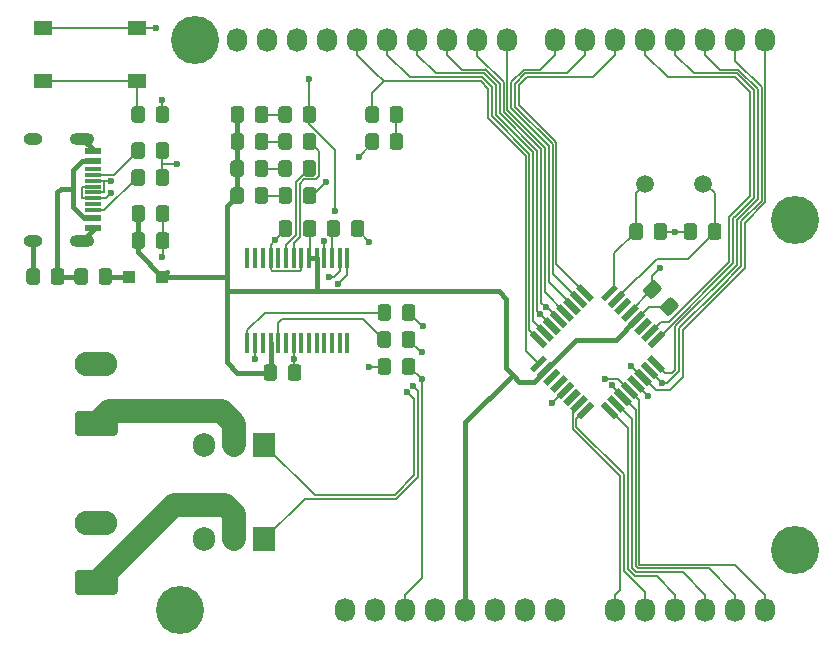
<source format=gbr>
%TF.GenerationSoftware,KiCad,Pcbnew,5.1.6*%
%TF.CreationDate,2020-09-23T15:23:14+12:00*%
%TF.ProjectId,dumbuino,64756d62-7569-46e6-9f2e-6b696361645f,v01*%
%TF.SameCoordinates,Original*%
%TF.FileFunction,Copper,L1,Top*%
%TF.FilePolarity,Positive*%
%FSLAX46Y46*%
G04 Gerber Fmt 4.6, Leading zero omitted, Abs format (unit mm)*
G04 Created by KiCad (PCBNEW 5.1.6) date 2020-09-23 15:23:14*
%MOMM*%
%LPD*%
G01*
G04 APERTURE LIST*
%TA.AperFunction,ComponentPad*%
%ADD10O,3.600000X2.080000*%
%TD*%
%TA.AperFunction,SMDPad,CuDef*%
%ADD11R,1.450000X0.600000*%
%TD*%
%TA.AperFunction,SMDPad,CuDef*%
%ADD12R,1.450000X0.300000*%
%TD*%
%TA.AperFunction,ComponentPad*%
%ADD13O,2.100000X1.000000*%
%TD*%
%TA.AperFunction,ComponentPad*%
%ADD14O,1.600000X1.000000*%
%TD*%
%TA.AperFunction,SMDPad,CuDef*%
%ADD15C,0.100000*%
%TD*%
%TA.AperFunction,ComponentPad*%
%ADD16C,1.500000*%
%TD*%
%TA.AperFunction,SMDPad,CuDef*%
%ADD17R,0.450000X1.750000*%
%TD*%
%TA.AperFunction,SMDPad,CuDef*%
%ADD18R,1.550000X1.300000*%
%TD*%
%TA.AperFunction,ComponentPad*%
%ADD19O,1.905000X2.000000*%
%TD*%
%TA.AperFunction,ComponentPad*%
%ADD20R,1.905000X2.000000*%
%TD*%
%TA.AperFunction,SMDPad,CuDef*%
%ADD21R,1.100000X1.100000*%
%TD*%
%TA.AperFunction,ComponentPad*%
%ADD22O,1.727200X2.032000*%
%TD*%
%TA.AperFunction,ComponentPad*%
%ADD23C,4.064000*%
%TD*%
%TA.AperFunction,ViaPad*%
%ADD24C,0.600000*%
%TD*%
%TA.AperFunction,Conductor*%
%ADD25C,0.200000*%
%TD*%
%TA.AperFunction,Conductor*%
%ADD26C,0.400000*%
%TD*%
%TA.AperFunction,Conductor*%
%ADD27C,2.000000*%
%TD*%
G04 APERTURE END LIST*
D10*
%TO.P,J3,2*%
%TO.N,GND*%
X117856000Y-116459000D03*
%TO.P,J3,1*%
%TO.N,Net-(J3-Pad1)*%
%TA.AperFunction,ComponentPad*%
G36*
G01*
X119406001Y-122579000D02*
X116305999Y-122579000D01*
G75*
G02*
X116056000Y-122329001I0J249999D01*
G01*
X116056000Y-120748999D01*
G75*
G02*
X116305999Y-120499000I249999J0D01*
G01*
X119406001Y-120499000D01*
G75*
G02*
X119656000Y-120748999I0J-249999D01*
G01*
X119656000Y-122329001D01*
G75*
G02*
X119406001Y-122579000I-249999J0D01*
G01*
G37*
%TD.AperFunction*%
%TD*%
D11*
%TO.P,J1,B1*%
%TO.N,GND*%
X117583000Y-91515000D03*
%TO.P,J1,A9*%
%TO.N,Net-(C1-Pad1)*%
X117583000Y-90715000D03*
%TO.P,J1,B9*%
X117583000Y-85815000D03*
%TO.P,J1,B12*%
%TO.N,GND*%
X117583000Y-85015000D03*
%TO.P,J1,A1*%
X117583000Y-85015000D03*
%TO.P,J1,A4*%
%TO.N,Net-(C1-Pad1)*%
X117583000Y-85815000D03*
%TO.P,J1,B4*%
X117583000Y-90715000D03*
%TO.P,J1,A12*%
%TO.N,GND*%
X117583000Y-91515000D03*
D12*
%TO.P,J1,B8*%
%TO.N,N/C*%
X117583000Y-86515000D03*
%TO.P,J1,A5*%
%TO.N,Net-(J1-PadA5)*%
X117583000Y-87015000D03*
%TO.P,J1,B7*%
%TO.N,Net-(J1-PadA7)*%
X117583000Y-87515000D03*
%TO.P,J1,A7*%
X117583000Y-88515000D03*
%TO.P,J1,B6*%
%TO.N,Net-(J1-PadA6)*%
X117583000Y-89015000D03*
%TO.P,J1,A8*%
%TO.N,N/C*%
X117583000Y-89515000D03*
%TO.P,J1,B5*%
%TO.N,Net-(J1-PadB5)*%
X117583000Y-90015000D03*
%TO.P,J1,A6*%
%TO.N,Net-(J1-PadA6)*%
X117583000Y-88015000D03*
D13*
%TO.P,J1,S1*%
%TO.N,GND*%
X116668000Y-92585000D03*
X116668000Y-83945000D03*
D14*
X112488000Y-83945000D03*
X112488000Y-92585000D03*
%TD*%
%TA.AperFunction,SMDPad,CuDef*%
D15*
%TO.P,U2,1*%
%TO.N,/3(\u002A\u002A)*%
G36*
X165630334Y-100195555D02*
G01*
X166019243Y-100584464D01*
X164887872Y-101715835D01*
X164498963Y-101326926D01*
X165630334Y-100195555D01*
G37*
%TD.AperFunction*%
%TA.AperFunction,SMDPad,CuDef*%
%TO.P,U2,2*%
%TO.N,/4*%
G36*
X165064648Y-99629870D02*
G01*
X165453557Y-100018779D01*
X164322186Y-101150150D01*
X163933277Y-100761241D01*
X165064648Y-99629870D01*
G37*
%TD.AperFunction*%
%TA.AperFunction,SMDPad,CuDef*%
%TO.P,U2,3*%
%TO.N,N/C*%
G36*
X164498963Y-99064184D02*
G01*
X164887872Y-99453093D01*
X163756501Y-100584464D01*
X163367592Y-100195555D01*
X164498963Y-99064184D01*
G37*
%TD.AperFunction*%
%TA.AperFunction,SMDPad,CuDef*%
%TO.P,U2,4*%
%TO.N,+5V*%
G36*
X163933278Y-98498499D02*
G01*
X164322187Y-98887408D01*
X163190816Y-100018779D01*
X162801907Y-99629870D01*
X163933278Y-98498499D01*
G37*
%TD.AperFunction*%
%TA.AperFunction,SMDPad,CuDef*%
%TO.P,U2,5*%
%TO.N,GND*%
G36*
X163367592Y-97932813D02*
G01*
X163756501Y-98321722D01*
X162625130Y-99453093D01*
X162236221Y-99064184D01*
X163367592Y-97932813D01*
G37*
%TD.AperFunction*%
%TA.AperFunction,SMDPad,CuDef*%
%TO.P,U2,6*%
%TO.N,N/C*%
G36*
X162801907Y-97367128D02*
G01*
X163190816Y-97756037D01*
X162059445Y-98887408D01*
X161670536Y-98498499D01*
X162801907Y-97367128D01*
G37*
%TD.AperFunction*%
%TA.AperFunction,SMDPad,CuDef*%
%TO.P,U2,7*%
%TO.N,Net-(C10-Pad1)*%
G36*
X162236221Y-96801443D02*
G01*
X162625130Y-97190352D01*
X161493759Y-98321723D01*
X161104850Y-97932814D01*
X162236221Y-96801443D01*
G37*
%TD.AperFunction*%
%TA.AperFunction,SMDPad,CuDef*%
%TO.P,U2,8*%
%TO.N,Net-(C9-Pad1)*%
G36*
X161670536Y-96235757D02*
G01*
X162059445Y-96624666D01*
X160928074Y-97756037D01*
X160539165Y-97367128D01*
X161670536Y-96235757D01*
G37*
%TD.AperFunction*%
%TA.AperFunction,SMDPad,CuDef*%
%TO.P,U2,9*%
%TO.N,/5(\u002A\u002A)*%
G36*
X158488555Y-96624666D02*
G01*
X158877464Y-96235757D01*
X160008835Y-97367128D01*
X159619926Y-97756037D01*
X158488555Y-96624666D01*
G37*
%TD.AperFunction*%
%TA.AperFunction,SMDPad,CuDef*%
%TO.P,U2,10*%
%TO.N,/6(\u002A\u002A)*%
G36*
X157922870Y-97190352D02*
G01*
X158311779Y-96801443D01*
X159443150Y-97932814D01*
X159054241Y-98321723D01*
X157922870Y-97190352D01*
G37*
%TD.AperFunction*%
%TA.AperFunction,SMDPad,CuDef*%
%TO.P,U2,11*%
%TO.N,/7*%
G36*
X157357184Y-97756037D02*
G01*
X157746093Y-97367128D01*
X158877464Y-98498499D01*
X158488555Y-98887408D01*
X157357184Y-97756037D01*
G37*
%TD.AperFunction*%
%TA.AperFunction,SMDPad,CuDef*%
%TO.P,U2,12*%
%TO.N,/8*%
G36*
X156791499Y-98321722D02*
G01*
X157180408Y-97932813D01*
X158311779Y-99064184D01*
X157922870Y-99453093D01*
X156791499Y-98321722D01*
G37*
%TD.AperFunction*%
%TA.AperFunction,SMDPad,CuDef*%
%TO.P,U2,13*%
%TO.N,/9(\u002A\u002A)*%
G36*
X156225813Y-98887408D02*
G01*
X156614722Y-98498499D01*
X157746093Y-99629870D01*
X157357184Y-100018779D01*
X156225813Y-98887408D01*
G37*
%TD.AperFunction*%
%TA.AperFunction,SMDPad,CuDef*%
%TO.P,U2,14*%
%TO.N,/10(\u002A\u002A/SS)*%
G36*
X155660128Y-99453093D02*
G01*
X156049037Y-99064184D01*
X157180408Y-100195555D01*
X156791499Y-100584464D01*
X155660128Y-99453093D01*
G37*
%TD.AperFunction*%
%TA.AperFunction,SMDPad,CuDef*%
%TO.P,U2,15*%
%TO.N,/11(\u002A\u002A/MOSI)*%
G36*
X155094443Y-100018779D02*
G01*
X155483352Y-99629870D01*
X156614723Y-100761241D01*
X156225814Y-101150150D01*
X155094443Y-100018779D01*
G37*
%TD.AperFunction*%
%TA.AperFunction,SMDPad,CuDef*%
%TO.P,U2,16*%
%TO.N,/12(MISO)*%
G36*
X154528757Y-100584464D02*
G01*
X154917666Y-100195555D01*
X156049037Y-101326926D01*
X155660128Y-101715835D01*
X154528757Y-100584464D01*
G37*
%TD.AperFunction*%
%TA.AperFunction,SMDPad,CuDef*%
%TO.P,U2,17*%
%TO.N,/13(SCK)*%
G36*
X155660128Y-102246165D02*
G01*
X156049037Y-102635074D01*
X154917666Y-103766445D01*
X154528757Y-103377536D01*
X155660128Y-102246165D01*
G37*
%TD.AperFunction*%
%TA.AperFunction,SMDPad,CuDef*%
%TO.P,U2,18*%
%TO.N,+5V*%
G36*
X156225814Y-102811850D02*
G01*
X156614723Y-103200759D01*
X155483352Y-104332130D01*
X155094443Y-103943221D01*
X156225814Y-102811850D01*
G37*
%TD.AperFunction*%
%TA.AperFunction,SMDPad,CuDef*%
%TO.P,U2,19*%
%TO.N,N/C*%
G36*
X156791499Y-103377536D02*
G01*
X157180408Y-103766445D01*
X156049037Y-104897816D01*
X155660128Y-104508907D01*
X156791499Y-103377536D01*
G37*
%TD.AperFunction*%
%TA.AperFunction,SMDPad,CuDef*%
%TO.P,U2,20*%
G36*
X157357184Y-103943221D02*
G01*
X157746093Y-104332130D01*
X156614722Y-105463501D01*
X156225813Y-105074592D01*
X157357184Y-103943221D01*
G37*
%TD.AperFunction*%
%TA.AperFunction,SMDPad,CuDef*%
%TO.P,U2,21*%
%TO.N,GND*%
G36*
X157922870Y-104508907D02*
G01*
X158311779Y-104897816D01*
X157180408Y-106029187D01*
X156791499Y-105640278D01*
X157922870Y-104508907D01*
G37*
%TD.AperFunction*%
%TA.AperFunction,SMDPad,CuDef*%
%TO.P,U2,22*%
%TO.N,N/C*%
G36*
X158488555Y-105074592D02*
G01*
X158877464Y-105463501D01*
X157746093Y-106594872D01*
X157357184Y-106205963D01*
X158488555Y-105074592D01*
G37*
%TD.AperFunction*%
%TA.AperFunction,SMDPad,CuDef*%
%TO.P,U2,23*%
%TO.N,/A0*%
G36*
X159054241Y-105640277D02*
G01*
X159443150Y-106029186D01*
X158311779Y-107160557D01*
X157922870Y-106771648D01*
X159054241Y-105640277D01*
G37*
%TD.AperFunction*%
%TA.AperFunction,SMDPad,CuDef*%
%TO.P,U2,24*%
%TO.N,/A1*%
G36*
X159619926Y-106205963D02*
G01*
X160008835Y-106594872D01*
X158877464Y-107726243D01*
X158488555Y-107337334D01*
X159619926Y-106205963D01*
G37*
%TD.AperFunction*%
%TA.AperFunction,SMDPad,CuDef*%
%TO.P,U2,25*%
%TO.N,/A2*%
G36*
X160539165Y-106594872D02*
G01*
X160928074Y-106205963D01*
X162059445Y-107337334D01*
X161670536Y-107726243D01*
X160539165Y-106594872D01*
G37*
%TD.AperFunction*%
%TA.AperFunction,SMDPad,CuDef*%
%TO.P,U2,26*%
%TO.N,/A3*%
G36*
X161104850Y-106029186D02*
G01*
X161493759Y-105640277D01*
X162625130Y-106771648D01*
X162236221Y-107160557D01*
X161104850Y-106029186D01*
G37*
%TD.AperFunction*%
%TA.AperFunction,SMDPad,CuDef*%
%TO.P,U2,27*%
%TO.N,/A4(SDA)*%
G36*
X161670536Y-105463501D02*
G01*
X162059445Y-105074592D01*
X163190816Y-106205963D01*
X162801907Y-106594872D01*
X161670536Y-105463501D01*
G37*
%TD.AperFunction*%
%TA.AperFunction,SMDPad,CuDef*%
%TO.P,U2,28*%
%TO.N,/A5(SCL)*%
G36*
X162236221Y-104897816D02*
G01*
X162625130Y-104508907D01*
X163756501Y-105640278D01*
X163367592Y-106029187D01*
X162236221Y-104897816D01*
G37*
%TD.AperFunction*%
%TA.AperFunction,SMDPad,CuDef*%
%TO.P,U2,29*%
%TO.N,/Reset*%
G36*
X162801907Y-104332130D02*
G01*
X163190816Y-103943221D01*
X164322187Y-105074592D01*
X163933278Y-105463501D01*
X162801907Y-104332130D01*
G37*
%TD.AperFunction*%
%TA.AperFunction,SMDPad,CuDef*%
%TO.P,U2,30*%
%TO.N,/0(Rx)*%
G36*
X163367592Y-103766445D02*
G01*
X163756501Y-103377536D01*
X164887872Y-104508907D01*
X164498963Y-104897816D01*
X163367592Y-103766445D01*
G37*
%TD.AperFunction*%
%TA.AperFunction,SMDPad,CuDef*%
%TO.P,U2,31*%
%TO.N,/1(Tx)*%
G36*
X163933277Y-103200759D02*
G01*
X164322186Y-102811850D01*
X165453557Y-103943221D01*
X165064648Y-104332130D01*
X163933277Y-103200759D01*
G37*
%TD.AperFunction*%
%TA.AperFunction,SMDPad,CuDef*%
%TO.P,U2,32*%
%TO.N,/2*%
G36*
X164498963Y-102635074D02*
G01*
X164887872Y-102246165D01*
X166019243Y-103377536D01*
X165630334Y-103766445D01*
X164498963Y-102635074D01*
G37*
%TD.AperFunction*%
%TD*%
D16*
%TO.P,Y1,1*%
%TO.N,Net-(C9-Pad1)*%
X164338000Y-87757000D03*
%TO.P,Y1,2*%
%TO.N,Net-(C10-Pad1)*%
X169218000Y-87757000D03*
%TD*%
D17*
%TO.P,U1,28*%
%TO.N,N/C*%
X130649000Y-94063000D03*
%TO.P,U1,27*%
X131299000Y-94063000D03*
%TO.P,U1,26*%
X131949000Y-94063000D03*
%TO.P,U1,25*%
%TO.N,GND*%
X132599000Y-94063000D03*
%TO.P,U1,24*%
%TO.N,N/C*%
X133249000Y-94063000D03*
%TO.P,U1,23*%
%TO.N,Net-(D3-Pad1)*%
X133899000Y-94063000D03*
%TO.P,U1,22*%
%TO.N,Net-(D4-Pad1)*%
X134549000Y-94063000D03*
%TO.P,U1,21*%
%TO.N,GND*%
X135199000Y-94063000D03*
%TO.P,U1,20*%
%TO.N,+5V*%
X135849000Y-94063000D03*
%TO.P,U1,19*%
X136499000Y-94063000D03*
%TO.P,U1,18*%
%TO.N,GND*%
X137149000Y-94063000D03*
%TO.P,U1,17*%
%TO.N,Net-(C4-Pad1)*%
X137799000Y-94063000D03*
%TO.P,U1,16*%
%TO.N,Net-(J1-PadA7)*%
X138449000Y-94063000D03*
%TO.P,U1,15*%
%TO.N,Net-(J1-PadA6)*%
X139099000Y-94063000D03*
%TO.P,U1,14*%
%TO.N,N/C*%
X139099000Y-101263000D03*
%TO.P,U1,13*%
X138449000Y-101263000D03*
%TO.P,U1,12*%
X137799000Y-101263000D03*
%TO.P,U1,11*%
X137149000Y-101263000D03*
%TO.P,U1,10*%
X136499000Y-101263000D03*
%TO.P,U1,9*%
X135849000Y-101263000D03*
%TO.P,U1,8*%
X135199000Y-101263000D03*
%TO.P,U1,7*%
%TO.N,GND*%
X134549000Y-101263000D03*
%TO.P,U1,6*%
%TO.N,N/C*%
X133899000Y-101263000D03*
%TO.P,U1,5*%
%TO.N,Net-(R5-Pad2)*%
X133249000Y-101263000D03*
%TO.P,U1,4*%
%TO.N,+5V*%
X132599000Y-101263000D03*
%TO.P,U1,3*%
%TO.N,N/C*%
X131949000Y-101263000D03*
%TO.P,U1,2*%
%TO.N,Net-(C7-Pad1)*%
X131299000Y-101263000D03*
%TO.P,U1,1*%
%TO.N,Net-(R4-Pad2)*%
X130649000Y-101263000D03*
%TD*%
D18*
%TO.P,Reset,2*%
%TO.N,Net-(R9-Pad1)*%
X121328000Y-79085000D03*
%TO.P,Reset,1*%
%TO.N,/Reset*%
X121328000Y-74585000D03*
X113368000Y-74585000D03*
%TO.P,Reset,2*%
%TO.N,Net-(R9-Pad1)*%
X113368000Y-79085000D03*
%TD*%
%TO.P,R10,2*%
%TO.N,GND*%
%TA.AperFunction,SMDPad,CuDef*%
G36*
G01*
X141781000Y-83750999D02*
X141781000Y-84651001D01*
G75*
G02*
X141531001Y-84901000I-249999J0D01*
G01*
X140880999Y-84901000D01*
G75*
G02*
X140631000Y-84651001I0J249999D01*
G01*
X140631000Y-83750999D01*
G75*
G02*
X140880999Y-83501000I249999J0D01*
G01*
X141531001Y-83501000D01*
G75*
G02*
X141781000Y-83750999I0J-249999D01*
G01*
G37*
%TD.AperFunction*%
%TO.P,R10,1*%
%TO.N,Net-(D6-Pad1)*%
%TA.AperFunction,SMDPad,CuDef*%
G36*
G01*
X143831000Y-83750999D02*
X143831000Y-84651001D01*
G75*
G02*
X143581001Y-84901000I-249999J0D01*
G01*
X142930999Y-84901000D01*
G75*
G02*
X142681000Y-84651001I0J249999D01*
G01*
X142681000Y-83750999D01*
G75*
G02*
X142930999Y-83501000I249999J0D01*
G01*
X143581001Y-83501000D01*
G75*
G02*
X143831000Y-83750999I0J-249999D01*
G01*
G37*
%TD.AperFunction*%
%TD*%
%TO.P,R9,2*%
%TO.N,GND*%
%TA.AperFunction,SMDPad,CuDef*%
G36*
G01*
X122869000Y-82365001D02*
X122869000Y-81464999D01*
G75*
G02*
X123118999Y-81215000I249999J0D01*
G01*
X123769001Y-81215000D01*
G75*
G02*
X124019000Y-81464999I0J-249999D01*
G01*
X124019000Y-82365001D01*
G75*
G02*
X123769001Y-82615000I-249999J0D01*
G01*
X123118999Y-82615000D01*
G75*
G02*
X122869000Y-82365001I0J249999D01*
G01*
G37*
%TD.AperFunction*%
%TO.P,R9,1*%
%TO.N,Net-(R9-Pad1)*%
%TA.AperFunction,SMDPad,CuDef*%
G36*
G01*
X120819000Y-82365001D02*
X120819000Y-81464999D01*
G75*
G02*
X121068999Y-81215000I249999J0D01*
G01*
X121719001Y-81215000D01*
G75*
G02*
X121969000Y-81464999I0J-249999D01*
G01*
X121969000Y-82365001D01*
G75*
G02*
X121719001Y-82615000I-249999J0D01*
G01*
X121068999Y-82615000D01*
G75*
G02*
X120819000Y-82365001I0J249999D01*
G01*
G37*
%TD.AperFunction*%
%TD*%
%TO.P,R8,2*%
%TO.N,Net-(D5-Pad2)*%
%TA.AperFunction,SMDPad,CuDef*%
G36*
G01*
X131269000Y-82365001D02*
X131269000Y-81464999D01*
G75*
G02*
X131518999Y-81215000I249999J0D01*
G01*
X132169001Y-81215000D01*
G75*
G02*
X132419000Y-81464999I0J-249999D01*
G01*
X132419000Y-82365001D01*
G75*
G02*
X132169001Y-82615000I-249999J0D01*
G01*
X131518999Y-82615000D01*
G75*
G02*
X131269000Y-82365001I0J249999D01*
G01*
G37*
%TD.AperFunction*%
%TO.P,R8,1*%
%TO.N,+5V*%
%TA.AperFunction,SMDPad,CuDef*%
G36*
G01*
X129219000Y-82365001D02*
X129219000Y-81464999D01*
G75*
G02*
X129468999Y-81215000I249999J0D01*
G01*
X130119001Y-81215000D01*
G75*
G02*
X130369000Y-81464999I0J-249999D01*
G01*
X130369000Y-82365001D01*
G75*
G02*
X130119001Y-82615000I-249999J0D01*
G01*
X129468999Y-82615000D01*
G75*
G02*
X129219000Y-82365001I0J249999D01*
G01*
G37*
%TD.AperFunction*%
%TD*%
%TO.P,R7,2*%
%TO.N,Net-(D4-Pad2)*%
%TA.AperFunction,SMDPad,CuDef*%
G36*
G01*
X131269000Y-84651001D02*
X131269000Y-83750999D01*
G75*
G02*
X131518999Y-83501000I249999J0D01*
G01*
X132169001Y-83501000D01*
G75*
G02*
X132419000Y-83750999I0J-249999D01*
G01*
X132419000Y-84651001D01*
G75*
G02*
X132169001Y-84901000I-249999J0D01*
G01*
X131518999Y-84901000D01*
G75*
G02*
X131269000Y-84651001I0J249999D01*
G01*
G37*
%TD.AperFunction*%
%TO.P,R7,1*%
%TO.N,+5V*%
%TA.AperFunction,SMDPad,CuDef*%
G36*
G01*
X129219000Y-84651001D02*
X129219000Y-83750999D01*
G75*
G02*
X129468999Y-83501000I249999J0D01*
G01*
X130119001Y-83501000D01*
G75*
G02*
X130369000Y-83750999I0J-249999D01*
G01*
X130369000Y-84651001D01*
G75*
G02*
X130119001Y-84901000I-249999J0D01*
G01*
X129468999Y-84901000D01*
G75*
G02*
X129219000Y-84651001I0J249999D01*
G01*
G37*
%TD.AperFunction*%
%TD*%
%TO.P,R6,2*%
%TO.N,Net-(D3-Pad2)*%
%TA.AperFunction,SMDPad,CuDef*%
G36*
G01*
X131251000Y-86937001D02*
X131251000Y-86036999D01*
G75*
G02*
X131500999Y-85787000I249999J0D01*
G01*
X132151001Y-85787000D01*
G75*
G02*
X132401000Y-86036999I0J-249999D01*
G01*
X132401000Y-86937001D01*
G75*
G02*
X132151001Y-87187000I-249999J0D01*
G01*
X131500999Y-87187000D01*
G75*
G02*
X131251000Y-86937001I0J249999D01*
G01*
G37*
%TD.AperFunction*%
%TO.P,R6,1*%
%TO.N,+5V*%
%TA.AperFunction,SMDPad,CuDef*%
G36*
G01*
X129201000Y-86937001D02*
X129201000Y-86036999D01*
G75*
G02*
X129450999Y-85787000I249999J0D01*
G01*
X130101001Y-85787000D01*
G75*
G02*
X130351000Y-86036999I0J-249999D01*
G01*
X130351000Y-86937001D01*
G75*
G02*
X130101001Y-87187000I-249999J0D01*
G01*
X129450999Y-87187000D01*
G75*
G02*
X129201000Y-86937001I0J249999D01*
G01*
G37*
%TD.AperFunction*%
%TD*%
%TO.P,R5,2*%
%TO.N,Net-(R5-Pad2)*%
%TA.AperFunction,SMDPad,CuDef*%
G36*
G01*
X142806000Y-100514999D02*
X142806000Y-101415001D01*
G75*
G02*
X142556001Y-101665000I-249999J0D01*
G01*
X141905999Y-101665000D01*
G75*
G02*
X141656000Y-101415001I0J249999D01*
G01*
X141656000Y-100514999D01*
G75*
G02*
X141905999Y-100265000I249999J0D01*
G01*
X142556001Y-100265000D01*
G75*
G02*
X142806000Y-100514999I0J-249999D01*
G01*
G37*
%TD.AperFunction*%
%TO.P,R5,1*%
%TO.N,/1(Tx)*%
%TA.AperFunction,SMDPad,CuDef*%
G36*
G01*
X144856000Y-100514999D02*
X144856000Y-101415001D01*
G75*
G02*
X144606001Y-101665000I-249999J0D01*
G01*
X143955999Y-101665000D01*
G75*
G02*
X143706000Y-101415001I0J249999D01*
G01*
X143706000Y-100514999D01*
G75*
G02*
X143955999Y-100265000I249999J0D01*
G01*
X144606001Y-100265000D01*
G75*
G02*
X144856000Y-100514999I0J-249999D01*
G01*
G37*
%TD.AperFunction*%
%TD*%
%TO.P,R4,2*%
%TO.N,Net-(R4-Pad2)*%
%TA.AperFunction,SMDPad,CuDef*%
G36*
G01*
X142815000Y-98228999D02*
X142815000Y-99129001D01*
G75*
G02*
X142565001Y-99379000I-249999J0D01*
G01*
X141914999Y-99379000D01*
G75*
G02*
X141665000Y-99129001I0J249999D01*
G01*
X141665000Y-98228999D01*
G75*
G02*
X141914999Y-97979000I249999J0D01*
G01*
X142565001Y-97979000D01*
G75*
G02*
X142815000Y-98228999I0J-249999D01*
G01*
G37*
%TD.AperFunction*%
%TO.P,R4,1*%
%TO.N,/0(Rx)*%
%TA.AperFunction,SMDPad,CuDef*%
G36*
G01*
X144865000Y-98228999D02*
X144865000Y-99129001D01*
G75*
G02*
X144615001Y-99379000I-249999J0D01*
G01*
X143964999Y-99379000D01*
G75*
G02*
X143715000Y-99129001I0J249999D01*
G01*
X143715000Y-98228999D01*
G75*
G02*
X143964999Y-97979000I249999J0D01*
G01*
X144615001Y-97979000D01*
G75*
G02*
X144865000Y-98228999I0J-249999D01*
G01*
G37*
%TD.AperFunction*%
%TD*%
%TO.P,R3,2*%
%TO.N,GND*%
%TA.AperFunction,SMDPad,CuDef*%
G36*
G01*
X122869000Y-85413001D02*
X122869000Y-84512999D01*
G75*
G02*
X123118999Y-84263000I249999J0D01*
G01*
X123769001Y-84263000D01*
G75*
G02*
X124019000Y-84512999I0J-249999D01*
G01*
X124019000Y-85413001D01*
G75*
G02*
X123769001Y-85663000I-249999J0D01*
G01*
X123118999Y-85663000D01*
G75*
G02*
X122869000Y-85413001I0J249999D01*
G01*
G37*
%TD.AperFunction*%
%TO.P,R3,1*%
%TO.N,Net-(J1-PadA5)*%
%TA.AperFunction,SMDPad,CuDef*%
G36*
G01*
X120819000Y-85413001D02*
X120819000Y-84512999D01*
G75*
G02*
X121068999Y-84263000I249999J0D01*
G01*
X121719001Y-84263000D01*
G75*
G02*
X121969000Y-84512999I0J-249999D01*
G01*
X121969000Y-85413001D01*
G75*
G02*
X121719001Y-85663000I-249999J0D01*
G01*
X121068999Y-85663000D01*
G75*
G02*
X120819000Y-85413001I0J249999D01*
G01*
G37*
%TD.AperFunction*%
%TD*%
%TO.P,R2,2*%
%TO.N,GND*%
%TA.AperFunction,SMDPad,CuDef*%
G36*
G01*
X122869000Y-87699001D02*
X122869000Y-86798999D01*
G75*
G02*
X123118999Y-86549000I249999J0D01*
G01*
X123769001Y-86549000D01*
G75*
G02*
X124019000Y-86798999I0J-249999D01*
G01*
X124019000Y-87699001D01*
G75*
G02*
X123769001Y-87949000I-249999J0D01*
G01*
X123118999Y-87949000D01*
G75*
G02*
X122869000Y-87699001I0J249999D01*
G01*
G37*
%TD.AperFunction*%
%TO.P,R2,1*%
%TO.N,Net-(J1-PadB5)*%
%TA.AperFunction,SMDPad,CuDef*%
G36*
G01*
X120819000Y-87699001D02*
X120819000Y-86798999D01*
G75*
G02*
X121068999Y-86549000I249999J0D01*
G01*
X121719001Y-86549000D01*
G75*
G02*
X121969000Y-86798999I0J-249999D01*
G01*
X121969000Y-87699001D01*
G75*
G02*
X121719001Y-87949000I-249999J0D01*
G01*
X121068999Y-87949000D01*
G75*
G02*
X120819000Y-87699001I0J249999D01*
G01*
G37*
%TD.AperFunction*%
%TD*%
%TO.P,R1,2*%
%TO.N,Net-(D1-Pad2)*%
%TA.AperFunction,SMDPad,CuDef*%
G36*
G01*
X131251000Y-89223001D02*
X131251000Y-88322999D01*
G75*
G02*
X131500999Y-88073000I249999J0D01*
G01*
X132151001Y-88073000D01*
G75*
G02*
X132401000Y-88322999I0J-249999D01*
G01*
X132401000Y-89223001D01*
G75*
G02*
X132151001Y-89473000I-249999J0D01*
G01*
X131500999Y-89473000D01*
G75*
G02*
X131251000Y-89223001I0J249999D01*
G01*
G37*
%TD.AperFunction*%
%TO.P,R1,1*%
%TO.N,+5V*%
%TA.AperFunction,SMDPad,CuDef*%
G36*
G01*
X129201000Y-89223001D02*
X129201000Y-88322999D01*
G75*
G02*
X129450999Y-88073000I249999J0D01*
G01*
X130101001Y-88073000D01*
G75*
G02*
X130351000Y-88322999I0J-249999D01*
G01*
X130351000Y-89223001D01*
G75*
G02*
X130101001Y-89473000I-249999J0D01*
G01*
X129450999Y-89473000D01*
G75*
G02*
X129201000Y-89223001I0J249999D01*
G01*
G37*
%TD.AperFunction*%
%TD*%
D19*
%TO.P,Q2,3*%
%TO.N,GND*%
X127000000Y-117840760D03*
%TO.P,Q2,2*%
%TO.N,Net-(J3-Pad1)*%
X129540000Y-117840760D03*
D20*
%TO.P,Q2,1*%
%TO.N,/10(\u002A\u002A/SS)*%
X132080000Y-117840760D03*
%TD*%
D19*
%TO.P,Q1,3*%
%TO.N,GND*%
X127000000Y-109855000D03*
%TO.P,Q1,2*%
%TO.N,Net-(J2-Pad1)*%
X129540000Y-109855000D03*
D20*
%TO.P,Q1,1*%
%TO.N,/9(\u002A\u002A)*%
X132080000Y-109855000D03*
%TD*%
D10*
%TO.P,J2,2*%
%TO.N,GND*%
X117856000Y-102997000D03*
%TO.P,J2,1*%
%TO.N,Net-(J2-Pad1)*%
%TA.AperFunction,ComponentPad*%
G36*
G01*
X119406001Y-109117000D02*
X116305999Y-109117000D01*
G75*
G02*
X116056000Y-108867001I0J249999D01*
G01*
X116056000Y-107286999D01*
G75*
G02*
X116305999Y-107037000I249999J0D01*
G01*
X119406001Y-107037000D01*
G75*
G02*
X119656000Y-107286999I0J-249999D01*
G01*
X119656000Y-108867001D01*
G75*
G02*
X119406001Y-109117000I-249999J0D01*
G01*
G37*
%TD.AperFunction*%
%TD*%
%TO.P,FB1,2*%
%TO.N,Net-(C1-Pad1)*%
%TA.AperFunction,SMDPad,CuDef*%
G36*
G01*
X117143000Y-95180999D02*
X117143000Y-96081001D01*
G75*
G02*
X116893001Y-96331000I-249999J0D01*
G01*
X116242999Y-96331000D01*
G75*
G02*
X115993000Y-96081001I0J249999D01*
G01*
X115993000Y-95180999D01*
G75*
G02*
X116242999Y-94931000I249999J0D01*
G01*
X116893001Y-94931000D01*
G75*
G02*
X117143000Y-95180999I0J-249999D01*
G01*
G37*
%TD.AperFunction*%
%TO.P,FB1,1*%
%TO.N,Net-(D2-Pad2)*%
%TA.AperFunction,SMDPad,CuDef*%
G36*
G01*
X119193000Y-95180999D02*
X119193000Y-96081001D01*
G75*
G02*
X118943001Y-96331000I-249999J0D01*
G01*
X118292999Y-96331000D01*
G75*
G02*
X118043000Y-96081001I0J249999D01*
G01*
X118043000Y-95180999D01*
G75*
G02*
X118292999Y-94931000I249999J0D01*
G01*
X118943001Y-94931000D01*
G75*
G02*
X119193000Y-95180999I0J-249999D01*
G01*
G37*
%TD.AperFunction*%
%TD*%
%TO.P,13,2*%
%TO.N,/13(SCK)*%
%TA.AperFunction,SMDPad,CuDef*%
G36*
G01*
X141781000Y-81464999D02*
X141781000Y-82365001D01*
G75*
G02*
X141531001Y-82615000I-249999J0D01*
G01*
X140880999Y-82615000D01*
G75*
G02*
X140631000Y-82365001I0J249999D01*
G01*
X140631000Y-81464999D01*
G75*
G02*
X140880999Y-81215000I249999J0D01*
G01*
X141531001Y-81215000D01*
G75*
G02*
X141781000Y-81464999I0J-249999D01*
G01*
G37*
%TD.AperFunction*%
%TO.P,13,1*%
%TO.N,Net-(D6-Pad1)*%
%TA.AperFunction,SMDPad,CuDef*%
G36*
G01*
X143831000Y-81464999D02*
X143831000Y-82365001D01*
G75*
G02*
X143581001Y-82615000I-249999J0D01*
G01*
X142930999Y-82615000D01*
G75*
G02*
X142681000Y-82365001I0J249999D01*
G01*
X142681000Y-81464999D01*
G75*
G02*
X142930999Y-81215000I249999J0D01*
G01*
X143581001Y-81215000D01*
G75*
G02*
X143831000Y-81464999I0J-249999D01*
G01*
G37*
%TD.AperFunction*%
%TD*%
%TO.P,RES,2*%
%TO.N,Net-(D5-Pad2)*%
%TA.AperFunction,SMDPad,CuDef*%
G36*
G01*
X134415000Y-81464999D02*
X134415000Y-82365001D01*
G75*
G02*
X134165001Y-82615000I-249999J0D01*
G01*
X133514999Y-82615000D01*
G75*
G02*
X133265000Y-82365001I0J249999D01*
G01*
X133265000Y-81464999D01*
G75*
G02*
X133514999Y-81215000I249999J0D01*
G01*
X134165001Y-81215000D01*
G75*
G02*
X134415000Y-81464999I0J-249999D01*
G01*
G37*
%TD.AperFunction*%
%TO.P,RES,1*%
%TO.N,/Reset*%
%TA.AperFunction,SMDPad,CuDef*%
G36*
G01*
X136465000Y-81464999D02*
X136465000Y-82365001D01*
G75*
G02*
X136215001Y-82615000I-249999J0D01*
G01*
X135564999Y-82615000D01*
G75*
G02*
X135315000Y-82365001I0J249999D01*
G01*
X135315000Y-81464999D01*
G75*
G02*
X135564999Y-81215000I249999J0D01*
G01*
X136215001Y-81215000D01*
G75*
G02*
X136465000Y-81464999I0J-249999D01*
G01*
G37*
%TD.AperFunction*%
%TD*%
%TO.P,TX,2*%
%TO.N,Net-(D4-Pad2)*%
%TA.AperFunction,SMDPad,CuDef*%
G36*
G01*
X134415000Y-83750999D02*
X134415000Y-84651001D01*
G75*
G02*
X134165001Y-84901000I-249999J0D01*
G01*
X133514999Y-84901000D01*
G75*
G02*
X133265000Y-84651001I0J249999D01*
G01*
X133265000Y-83750999D01*
G75*
G02*
X133514999Y-83501000I249999J0D01*
G01*
X134165001Y-83501000D01*
G75*
G02*
X134415000Y-83750999I0J-249999D01*
G01*
G37*
%TD.AperFunction*%
%TO.P,TX,1*%
%TO.N,Net-(D4-Pad1)*%
%TA.AperFunction,SMDPad,CuDef*%
G36*
G01*
X136465000Y-83750999D02*
X136465000Y-84651001D01*
G75*
G02*
X136215001Y-84901000I-249999J0D01*
G01*
X135564999Y-84901000D01*
G75*
G02*
X135315000Y-84651001I0J249999D01*
G01*
X135315000Y-83750999D01*
G75*
G02*
X135564999Y-83501000I249999J0D01*
G01*
X136215001Y-83501000D01*
G75*
G02*
X136465000Y-83750999I0J-249999D01*
G01*
G37*
%TD.AperFunction*%
%TD*%
%TO.P,RX,2*%
%TO.N,Net-(D3-Pad2)*%
%TA.AperFunction,SMDPad,CuDef*%
G36*
G01*
X134415000Y-86036999D02*
X134415000Y-86937001D01*
G75*
G02*
X134165001Y-87187000I-249999J0D01*
G01*
X133514999Y-87187000D01*
G75*
G02*
X133265000Y-86937001I0J249999D01*
G01*
X133265000Y-86036999D01*
G75*
G02*
X133514999Y-85787000I249999J0D01*
G01*
X134165001Y-85787000D01*
G75*
G02*
X134415000Y-86036999I0J-249999D01*
G01*
G37*
%TD.AperFunction*%
%TO.P,RX,1*%
%TO.N,Net-(D3-Pad1)*%
%TA.AperFunction,SMDPad,CuDef*%
G36*
G01*
X136465000Y-86036999D02*
X136465000Y-86937001D01*
G75*
G02*
X136215001Y-87187000I-249999J0D01*
G01*
X135564999Y-87187000D01*
G75*
G02*
X135315000Y-86937001I0J249999D01*
G01*
X135315000Y-86036999D01*
G75*
G02*
X135564999Y-85787000I249999J0D01*
G01*
X136215001Y-85787000D01*
G75*
G02*
X136465000Y-86036999I0J-249999D01*
G01*
G37*
%TD.AperFunction*%
%TD*%
D21*
%TO.P,D2,2*%
%TO.N,Net-(D2-Pad2)*%
X120650000Y-95631000D03*
%TO.P,D2,1*%
%TO.N,+5V*%
X123450000Y-95631000D03*
%TD*%
%TO.P,PWR,2*%
%TO.N,Net-(D1-Pad2)*%
%TA.AperFunction,SMDPad,CuDef*%
G36*
G01*
X134433000Y-88322999D02*
X134433000Y-89223001D01*
G75*
G02*
X134183001Y-89473000I-249999J0D01*
G01*
X133532999Y-89473000D01*
G75*
G02*
X133283000Y-89223001I0J249999D01*
G01*
X133283000Y-88322999D01*
G75*
G02*
X133532999Y-88073000I249999J0D01*
G01*
X134183001Y-88073000D01*
G75*
G02*
X134433000Y-88322999I0J-249999D01*
G01*
G37*
%TD.AperFunction*%
%TO.P,PWR,1*%
%TO.N,GND*%
%TA.AperFunction,SMDPad,CuDef*%
G36*
G01*
X136483000Y-88322999D02*
X136483000Y-89223001D01*
G75*
G02*
X136233001Y-89473000I-249999J0D01*
G01*
X135582999Y-89473000D01*
G75*
G02*
X135333000Y-89223001I0J249999D01*
G01*
X135333000Y-88322999D01*
G75*
G02*
X135582999Y-88073000I249999J0D01*
G01*
X136233001Y-88073000D01*
G75*
G02*
X136483000Y-88322999I0J-249999D01*
G01*
G37*
%TD.AperFunction*%
%TD*%
%TO.P,C10,1*%
%TO.N,Net-(C10-Pad1)*%
%TA.AperFunction,SMDPad,CuDef*%
G36*
G01*
X170773000Y-91370999D02*
X170773000Y-92271001D01*
G75*
G02*
X170523001Y-92521000I-249999J0D01*
G01*
X169872999Y-92521000D01*
G75*
G02*
X169623000Y-92271001I0J249999D01*
G01*
X169623000Y-91370999D01*
G75*
G02*
X169872999Y-91121000I249999J0D01*
G01*
X170523001Y-91121000D01*
G75*
G02*
X170773000Y-91370999I0J-249999D01*
G01*
G37*
%TD.AperFunction*%
%TO.P,C10,2*%
%TO.N,GND*%
%TA.AperFunction,SMDPad,CuDef*%
G36*
G01*
X168723000Y-91370999D02*
X168723000Y-92271001D01*
G75*
G02*
X168473001Y-92521000I-249999J0D01*
G01*
X167822999Y-92521000D01*
G75*
G02*
X167573000Y-92271001I0J249999D01*
G01*
X167573000Y-91370999D01*
G75*
G02*
X167822999Y-91121000I249999J0D01*
G01*
X168473001Y-91121000D01*
G75*
G02*
X168723000Y-91370999I0J-249999D01*
G01*
G37*
%TD.AperFunction*%
%TD*%
%TO.P,C9,1*%
%TO.N,Net-(C9-Pad1)*%
%TA.AperFunction,SMDPad,CuDef*%
G36*
G01*
X162983000Y-92271001D02*
X162983000Y-91370999D01*
G75*
G02*
X163232999Y-91121000I249999J0D01*
G01*
X163883001Y-91121000D01*
G75*
G02*
X164133000Y-91370999I0J-249999D01*
G01*
X164133000Y-92271001D01*
G75*
G02*
X163883001Y-92521000I-249999J0D01*
G01*
X163232999Y-92521000D01*
G75*
G02*
X162983000Y-92271001I0J249999D01*
G01*
G37*
%TD.AperFunction*%
%TO.P,C9,2*%
%TO.N,GND*%
%TA.AperFunction,SMDPad,CuDef*%
G36*
G01*
X165033000Y-92271001D02*
X165033000Y-91370999D01*
G75*
G02*
X165282999Y-91121000I249999J0D01*
G01*
X165933001Y-91121000D01*
G75*
G02*
X166183000Y-91370999I0J-249999D01*
G01*
X166183000Y-92271001D01*
G75*
G02*
X165933001Y-92521000I-249999J0D01*
G01*
X165282999Y-92521000D01*
G75*
G02*
X165033000Y-92271001I0J249999D01*
G01*
G37*
%TD.AperFunction*%
%TD*%
%TO.P,C8,2*%
%TO.N,GND*%
%TA.AperFunction,SMDPad,CuDef*%
G36*
G01*
X165645217Y-96809820D02*
X165008820Y-97446217D01*
G75*
G02*
X164655268Y-97446217I-176776J176776D01*
G01*
X164195647Y-96986596D01*
G75*
G02*
X164195647Y-96633044I176776J176776D01*
G01*
X164832044Y-95996647D01*
G75*
G02*
X165185596Y-95996647I176776J-176776D01*
G01*
X165645217Y-96456268D01*
G75*
G02*
X165645217Y-96809820I-176776J-176776D01*
G01*
G37*
%TD.AperFunction*%
%TO.P,C8,1*%
%TO.N,+5V*%
%TA.AperFunction,SMDPad,CuDef*%
G36*
G01*
X167094785Y-98259388D02*
X166458388Y-98895785D01*
G75*
G02*
X166104836Y-98895785I-176776J176776D01*
G01*
X165645215Y-98436164D01*
G75*
G02*
X165645215Y-98082612I176776J176776D01*
G01*
X166281612Y-97446215D01*
G75*
G02*
X166635164Y-97446215I176776J-176776D01*
G01*
X167094785Y-97905836D01*
G75*
G02*
X167094785Y-98259388I-176776J-176776D01*
G01*
G37*
%TD.AperFunction*%
%TD*%
%TO.P,C7,2*%
%TO.N,/Reset*%
%TA.AperFunction,SMDPad,CuDef*%
G36*
G01*
X143715000Y-103701001D02*
X143715000Y-102800999D01*
G75*
G02*
X143964999Y-102551000I249999J0D01*
G01*
X144615001Y-102551000D01*
G75*
G02*
X144865000Y-102800999I0J-249999D01*
G01*
X144865000Y-103701001D01*
G75*
G02*
X144615001Y-103951000I-249999J0D01*
G01*
X143964999Y-103951000D01*
G75*
G02*
X143715000Y-103701001I0J249999D01*
G01*
G37*
%TD.AperFunction*%
%TO.P,C7,1*%
%TO.N,Net-(C7-Pad1)*%
%TA.AperFunction,SMDPad,CuDef*%
G36*
G01*
X141665000Y-103701001D02*
X141665000Y-102800999D01*
G75*
G02*
X141914999Y-102551000I249999J0D01*
G01*
X142565001Y-102551000D01*
G75*
G02*
X142815000Y-102800999I0J-249999D01*
G01*
X142815000Y-103701001D01*
G75*
G02*
X142565001Y-103951000I-249999J0D01*
G01*
X141914999Y-103951000D01*
G75*
G02*
X141665000Y-103701001I0J249999D01*
G01*
G37*
%TD.AperFunction*%
%TD*%
%TO.P,C6,2*%
%TO.N,GND*%
%TA.AperFunction,SMDPad,CuDef*%
G36*
G01*
X134433000Y-91116999D02*
X134433000Y-92017001D01*
G75*
G02*
X134183001Y-92267000I-249999J0D01*
G01*
X133532999Y-92267000D01*
G75*
G02*
X133283000Y-92017001I0J249999D01*
G01*
X133283000Y-91116999D01*
G75*
G02*
X133532999Y-90867000I249999J0D01*
G01*
X134183001Y-90867000D01*
G75*
G02*
X134433000Y-91116999I0J-249999D01*
G01*
G37*
%TD.AperFunction*%
%TO.P,C6,1*%
%TO.N,+5V*%
%TA.AperFunction,SMDPad,CuDef*%
G36*
G01*
X136483000Y-91116999D02*
X136483000Y-92017001D01*
G75*
G02*
X136233001Y-92267000I-249999J0D01*
G01*
X135582999Y-92267000D01*
G75*
G02*
X135333000Y-92017001I0J249999D01*
G01*
X135333000Y-91116999D01*
G75*
G02*
X135582999Y-90867000I249999J0D01*
G01*
X136233001Y-90867000D01*
G75*
G02*
X136483000Y-91116999I0J-249999D01*
G01*
G37*
%TD.AperFunction*%
%TD*%
%TO.P,C5,2*%
%TO.N,GND*%
%TA.AperFunction,SMDPad,CuDef*%
G36*
G01*
X134063000Y-104209001D02*
X134063000Y-103308999D01*
G75*
G02*
X134312999Y-103059000I249999J0D01*
G01*
X134963001Y-103059000D01*
G75*
G02*
X135213000Y-103308999I0J-249999D01*
G01*
X135213000Y-104209001D01*
G75*
G02*
X134963001Y-104459000I-249999J0D01*
G01*
X134312999Y-104459000D01*
G75*
G02*
X134063000Y-104209001I0J249999D01*
G01*
G37*
%TD.AperFunction*%
%TO.P,C5,1*%
%TO.N,+5V*%
%TA.AperFunction,SMDPad,CuDef*%
G36*
G01*
X132013000Y-104209001D02*
X132013000Y-103308999D01*
G75*
G02*
X132262999Y-103059000I249999J0D01*
G01*
X132913001Y-103059000D01*
G75*
G02*
X133163000Y-103308999I0J-249999D01*
G01*
X133163000Y-104209001D01*
G75*
G02*
X132913001Y-104459000I-249999J0D01*
G01*
X132262999Y-104459000D01*
G75*
G02*
X132013000Y-104209001I0J249999D01*
G01*
G37*
%TD.AperFunction*%
%TD*%
%TO.P,C4,2*%
%TO.N,GND*%
%TA.AperFunction,SMDPad,CuDef*%
G36*
G01*
X139397000Y-92017001D02*
X139397000Y-91116999D01*
G75*
G02*
X139646999Y-90867000I249999J0D01*
G01*
X140297001Y-90867000D01*
G75*
G02*
X140547000Y-91116999I0J-249999D01*
G01*
X140547000Y-92017001D01*
G75*
G02*
X140297001Y-92267000I-249999J0D01*
G01*
X139646999Y-92267000D01*
G75*
G02*
X139397000Y-92017001I0J249999D01*
G01*
G37*
%TD.AperFunction*%
%TO.P,C4,1*%
%TO.N,Net-(C4-Pad1)*%
%TA.AperFunction,SMDPad,CuDef*%
G36*
G01*
X137347000Y-92017001D02*
X137347000Y-91116999D01*
G75*
G02*
X137596999Y-90867000I249999J0D01*
G01*
X138247001Y-90867000D01*
G75*
G02*
X138497000Y-91116999I0J-249999D01*
G01*
X138497000Y-92017001D01*
G75*
G02*
X138247001Y-92267000I-249999J0D01*
G01*
X137596999Y-92267000D01*
G75*
G02*
X137347000Y-92017001I0J249999D01*
G01*
G37*
%TD.AperFunction*%
%TD*%
%TO.P,C3,2*%
%TO.N,GND*%
%TA.AperFunction,SMDPad,CuDef*%
G36*
G01*
X122887000Y-93033001D02*
X122887000Y-92132999D01*
G75*
G02*
X123136999Y-91883000I249999J0D01*
G01*
X123787001Y-91883000D01*
G75*
G02*
X124037000Y-92132999I0J-249999D01*
G01*
X124037000Y-93033001D01*
G75*
G02*
X123787001Y-93283000I-249999J0D01*
G01*
X123136999Y-93283000D01*
G75*
G02*
X122887000Y-93033001I0J249999D01*
G01*
G37*
%TD.AperFunction*%
%TO.P,C3,1*%
%TO.N,+5V*%
%TA.AperFunction,SMDPad,CuDef*%
G36*
G01*
X120837000Y-93033001D02*
X120837000Y-92132999D01*
G75*
G02*
X121086999Y-91883000I249999J0D01*
G01*
X121737001Y-91883000D01*
G75*
G02*
X121987000Y-92132999I0J-249999D01*
G01*
X121987000Y-93033001D01*
G75*
G02*
X121737001Y-93283000I-249999J0D01*
G01*
X121086999Y-93283000D01*
G75*
G02*
X120837000Y-93033001I0J249999D01*
G01*
G37*
%TD.AperFunction*%
%TD*%
%TO.P,C2,2*%
%TO.N,GND*%
%TA.AperFunction,SMDPad,CuDef*%
G36*
G01*
X122887000Y-90747001D02*
X122887000Y-89846999D01*
G75*
G02*
X123136999Y-89597000I249999J0D01*
G01*
X123787001Y-89597000D01*
G75*
G02*
X124037000Y-89846999I0J-249999D01*
G01*
X124037000Y-90747001D01*
G75*
G02*
X123787001Y-90997000I-249999J0D01*
G01*
X123136999Y-90997000D01*
G75*
G02*
X122887000Y-90747001I0J249999D01*
G01*
G37*
%TD.AperFunction*%
%TO.P,C2,1*%
%TO.N,+5V*%
%TA.AperFunction,SMDPad,CuDef*%
G36*
G01*
X120837000Y-90747001D02*
X120837000Y-89846999D01*
G75*
G02*
X121086999Y-89597000I249999J0D01*
G01*
X121737001Y-89597000D01*
G75*
G02*
X121987000Y-89846999I0J-249999D01*
G01*
X121987000Y-90747001D01*
G75*
G02*
X121737001Y-90997000I-249999J0D01*
G01*
X121086999Y-90997000D01*
G75*
G02*
X120837000Y-90747001I0J249999D01*
G01*
G37*
%TD.AperFunction*%
%TD*%
%TO.P,C1,2*%
%TO.N,GND*%
%TA.AperFunction,SMDPad,CuDef*%
G36*
G01*
X113088000Y-95180999D02*
X113088000Y-96081001D01*
G75*
G02*
X112838001Y-96331000I-249999J0D01*
G01*
X112187999Y-96331000D01*
G75*
G02*
X111938000Y-96081001I0J249999D01*
G01*
X111938000Y-95180999D01*
G75*
G02*
X112187999Y-94931000I249999J0D01*
G01*
X112838001Y-94931000D01*
G75*
G02*
X113088000Y-95180999I0J-249999D01*
G01*
G37*
%TD.AperFunction*%
%TO.P,C1,1*%
%TO.N,Net-(C1-Pad1)*%
%TA.AperFunction,SMDPad,CuDef*%
G36*
G01*
X115138000Y-95180999D02*
X115138000Y-96081001D01*
G75*
G02*
X114888001Y-96331000I-249999J0D01*
G01*
X114237999Y-96331000D01*
G75*
G02*
X113988000Y-96081001I0J249999D01*
G01*
X113988000Y-95180999D01*
G75*
G02*
X114237999Y-94931000I249999J0D01*
G01*
X114888001Y-94931000D01*
G75*
G02*
X115138000Y-95180999I0J-249999D01*
G01*
G37*
%TD.AperFunction*%
%TD*%
D22*
%TO.P,P1,1*%
%TO.N,N/C*%
X138938000Y-123825000D03*
%TO.P,P1,2*%
X141478000Y-123825000D03*
%TO.P,P1,3*%
%TO.N,/Reset*%
X144018000Y-123825000D03*
%TO.P,P1,4*%
%TO.N,N/C*%
X146558000Y-123825000D03*
%TO.P,P1,5*%
%TO.N,+5V*%
X149098000Y-123825000D03*
%TO.P,P1,6*%
%TO.N,GND*%
X151638000Y-123825000D03*
%TO.P,P1,7*%
X154178000Y-123825000D03*
%TO.P,P1,8*%
%TO.N,N/C*%
X156718000Y-123825000D03*
%TD*%
%TO.P,P2,1*%
%TO.N,/A0*%
X161798000Y-123825000D03*
%TO.P,P2,2*%
%TO.N,/A1*%
X164338000Y-123825000D03*
%TO.P,P2,3*%
%TO.N,/A2*%
X166878000Y-123825000D03*
%TO.P,P2,4*%
%TO.N,/A3*%
X169418000Y-123825000D03*
%TO.P,P2,5*%
%TO.N,/A4(SDA)*%
X171958000Y-123825000D03*
%TO.P,P2,6*%
%TO.N,/A5(SCL)*%
X174498000Y-123825000D03*
%TD*%
%TO.P,P3,1*%
%TO.N,/A5(SCL)*%
X129794000Y-75565000D03*
%TO.P,P3,2*%
%TO.N,/A4(SDA)*%
X132334000Y-75565000D03*
%TO.P,P3,3*%
%TO.N,N/C*%
X134874000Y-75565000D03*
%TO.P,P3,4*%
%TO.N,GND*%
X137414000Y-75565000D03*
%TO.P,P3,5*%
%TO.N,/13(SCK)*%
X139954000Y-75565000D03*
%TO.P,P3,6*%
%TO.N,/12(MISO)*%
X142494000Y-75565000D03*
%TO.P,P3,7*%
%TO.N,/11(\u002A\u002A/MOSI)*%
X145034000Y-75565000D03*
%TO.P,P3,8*%
%TO.N,/10(\u002A\u002A/SS)*%
X147574000Y-75565000D03*
%TO.P,P3,9*%
%TO.N,/9(\u002A\u002A)*%
X150114000Y-75565000D03*
%TO.P,P3,10*%
%TO.N,/8*%
X152654000Y-75565000D03*
%TD*%
%TO.P,P4,1*%
%TO.N,/7*%
X156718000Y-75565000D03*
%TO.P,P4,2*%
%TO.N,/6(\u002A\u002A)*%
X159258000Y-75565000D03*
%TO.P,P4,3*%
%TO.N,/5(\u002A\u002A)*%
X161798000Y-75565000D03*
%TO.P,P4,4*%
%TO.N,/4*%
X164338000Y-75565000D03*
%TO.P,P4,5*%
%TO.N,/3(\u002A\u002A)*%
X166878000Y-75565000D03*
%TO.P,P4,6*%
%TO.N,/2*%
X169418000Y-75565000D03*
%TO.P,P4,7*%
%TO.N,/1(Tx)*%
X171958000Y-75565000D03*
%TO.P,P4,8*%
%TO.N,/0(Rx)*%
X174498000Y-75565000D03*
%TD*%
D23*
%TO.P,P5,1*%
%TO.N,N/C*%
X124968000Y-123825000D03*
%TD*%
%TO.P,P6,1*%
%TO.N,N/C*%
X177038000Y-118745000D03*
%TD*%
%TO.P,P7,1*%
%TO.N,N/C*%
X126238000Y-75565000D03*
%TD*%
%TO.P,P8,1*%
%TO.N,N/C*%
X177038000Y-90805000D03*
%TD*%
D24*
%TO.N,/Reset*%
X164592000Y-105727500D03*
X145415000Y-104330500D03*
X122936000Y-74549000D03*
X135890000Y-78867000D03*
X138049000Y-90043000D03*
%TO.N,GND*%
X166878000Y-91821000D03*
X165608000Y-94869000D03*
X124714000Y-86106000D03*
X123444000Y-80645000D03*
X123444000Y-93980000D03*
X137287000Y-87630000D03*
X156464000Y-106362500D03*
X134549000Y-102623500D03*
X137160000Y-92583000D03*
X133018250Y-92568750D03*
X140970000Y-92710000D03*
X140081000Y-85471000D03*
%TO.N,/A4(SDA)*%
X161480500Y-104838500D03*
%TO.N,/A5(SCL)*%
X160953500Y-104324432D03*
%TO.N,/9(\u002A\u002A)*%
X155892500Y-98234500D03*
X144138932Y-105416068D03*
%TO.N,/1(Tx)*%
X165735000Y-104648000D03*
X145415000Y-102044500D03*
%TO.N,/0(Rx)*%
X163131500Y-103187500D03*
X145478500Y-99822000D03*
%TO.N,/10(\u002A\u002A/SS)*%
X155384500Y-98806000D03*
X144653000Y-104902000D03*
%TO.N,Net-(C7-Pad1)*%
X140970000Y-103251000D03*
X131318000Y-102616000D03*
%TO.N,Net-(J1-PadA7)*%
X119126000Y-87542000D03*
X137541000Y-95631000D03*
%TO.N,Net-(J1-PadA6)*%
X138303000Y-96258999D03*
X119126000Y-88519000D03*
%TD*%
D25*
%TO.N,/Reset*%
X113368000Y-74585000D02*
X121328000Y-74585000D01*
X121564020Y-74585000D02*
X121328000Y-74585000D01*
X163631361Y-104703361D02*
X163562047Y-104703361D01*
X163567861Y-104703361D02*
X164592000Y-105727500D01*
X163562047Y-104703361D02*
X163567861Y-104703361D01*
X145415000Y-104330500D02*
X145369500Y-104330500D01*
X144335500Y-103251000D02*
X145415000Y-104330500D01*
X144290000Y-103251000D02*
X144335500Y-103251000D01*
X145415000Y-104330500D02*
X145415000Y-121158000D01*
X144018000Y-122555000D02*
X144018000Y-123825000D01*
X145415000Y-121158000D02*
X144018000Y-122555000D01*
X122900000Y-74585000D02*
X122936000Y-74549000D01*
X121328000Y-74585000D02*
X122900000Y-74585000D01*
X135890000Y-78867000D02*
X135890000Y-81915000D01*
X138049000Y-84910404D02*
X135890000Y-82751404D01*
X135890000Y-82751404D02*
X135890000Y-81915000D01*
X138049000Y-90043000D02*
X138049000Y-84910404D01*
D26*
%TO.N,+5V*%
X121412000Y-93593000D02*
X121412000Y-90297000D01*
X123450000Y-95631000D02*
X121412000Y-93593000D01*
X135849000Y-94063000D02*
X136499000Y-94063000D01*
X132599000Y-103748000D02*
X132588000Y-103759000D01*
X132599000Y-101263000D02*
X132599000Y-103748000D01*
X155854583Y-103571990D02*
X155333118Y-104093455D01*
X155854583Y-103571990D02*
X155889010Y-103571990D01*
X155889010Y-103571990D02*
X158496000Y-100965000D01*
X161855686Y-100965000D02*
X163562047Y-99258639D01*
X158496000Y-100965000D02*
X161855686Y-100965000D01*
X123815999Y-95265001D02*
X123450000Y-95631000D01*
X129794000Y-88755000D02*
X129776000Y-88773000D01*
X129794000Y-81915000D02*
X129794000Y-88755000D01*
D25*
X164649686Y-98171000D02*
X166370000Y-98171000D01*
X163562047Y-99258639D02*
X164649686Y-98171000D01*
D26*
X129794000Y-103759000D02*
X128889999Y-102854999D01*
X132588000Y-103759000D02*
X129794000Y-103759000D01*
X123450000Y-95631000D02*
X128874998Y-95631000D01*
X128889999Y-96885999D02*
X128889999Y-102854999D01*
X136499000Y-96844998D02*
X136540001Y-96885999D01*
X136499000Y-94063000D02*
X136499000Y-96844998D01*
X136540001Y-96885999D02*
X128889999Y-96885999D01*
X142351999Y-96885999D02*
X136540001Y-96885999D01*
X153670000Y-104521000D02*
X154905573Y-104521000D01*
X154905573Y-104521000D02*
X155854583Y-103571990D01*
X152527000Y-97505998D02*
X152527000Y-103378000D01*
X151907001Y-96885999D02*
X152527000Y-97505998D01*
X142351999Y-96885999D02*
X151907001Y-96885999D01*
X149098000Y-107950000D02*
X153098500Y-103949500D01*
X149098000Y-123825000D02*
X149098000Y-107950000D01*
X153098500Y-103949500D02*
X153670000Y-104521000D01*
X152527000Y-103378000D02*
X153098500Y-103949500D01*
X128889999Y-95646001D02*
X128874998Y-95631000D01*
X128889999Y-96885999D02*
X128889999Y-95646001D01*
X128889999Y-89659001D02*
X129776000Y-88773000D01*
X128889999Y-95646001D02*
X128889999Y-89659001D01*
D25*
X135908000Y-93753000D02*
X135908000Y-91567000D01*
X135849000Y-93812000D02*
X135908000Y-93753000D01*
X135849000Y-94063000D02*
X135849000Y-93812000D01*
%TO.N,GND*%
X165608000Y-91821000D02*
X166878000Y-91821000D01*
X166878000Y-91821000D02*
X168148000Y-91821000D01*
X162996361Y-98645503D02*
X164920432Y-96721432D01*
X162996361Y-98692953D02*
X162996361Y-98645503D01*
D26*
X117583000Y-91670000D02*
X116668000Y-92585000D01*
X117583000Y-91515000D02*
X117583000Y-91670000D01*
X117583000Y-84860000D02*
X116668000Y-83945000D01*
X117583000Y-85015000D02*
X117583000Y-84860000D01*
D25*
X164920432Y-95556568D02*
X165608000Y-94869000D01*
X164920432Y-96721432D02*
X164920432Y-95556568D01*
X123462000Y-92583000D02*
X123462000Y-90297000D01*
X123444000Y-86106000D02*
X124714000Y-86106000D01*
X123444000Y-84963000D02*
X123444000Y-86106000D01*
X123444000Y-86106000D02*
X123444000Y-87249000D01*
X123444000Y-81915000D02*
X123444000Y-80645000D01*
X123462000Y-93962000D02*
X123444000Y-93980000D01*
X123462000Y-92583000D02*
X123462000Y-93962000D01*
X136144000Y-88773000D02*
X137287000Y-87630000D01*
X135908000Y-88773000D02*
X136144000Y-88773000D01*
X157551639Y-105274861D02*
X157551639Y-105269047D01*
X156464000Y-106362500D02*
X157551639Y-105274861D01*
X134549000Y-103670000D02*
X134638000Y-103759000D01*
X134549000Y-101263000D02*
X134549000Y-102623500D01*
X134549000Y-102623500D02*
X134549000Y-103670000D01*
X132599000Y-95007000D02*
X132599000Y-94063000D01*
X132757001Y-95165001D02*
X132599000Y-95007000D01*
X133900001Y-95165001D02*
X132757001Y-95165001D01*
X135199000Y-94063000D02*
X135199000Y-95052000D01*
X135199000Y-95052000D02*
X135085999Y-95165001D01*
X135085999Y-95165001D02*
X133900001Y-95165001D01*
X137149000Y-92594000D02*
X137160000Y-92583000D01*
X137149000Y-94063000D02*
X137149000Y-92594000D01*
X133858000Y-91729000D02*
X133858000Y-91567000D01*
X132599000Y-92988000D02*
X133018250Y-92568750D01*
X132599000Y-94063000D02*
X132599000Y-92988000D01*
X133018250Y-92568750D02*
X133858000Y-91729000D01*
X139972000Y-91567000D02*
X139972000Y-91585000D01*
X139972000Y-91712000D02*
X140970000Y-92710000D01*
X139972000Y-91567000D02*
X139972000Y-91712000D01*
D26*
X112513000Y-92610000D02*
X112488000Y-92585000D01*
X112513000Y-95631000D02*
X112513000Y-92610000D01*
D25*
X141206000Y-84346000D02*
X140081000Y-85471000D01*
X141206000Y-84201000D02*
X141206000Y-84346000D01*
%TO.N,/A0*%
X161798000Y-122555000D02*
X161798000Y-123825000D01*
X162194950Y-112537950D02*
X162194950Y-122158050D01*
X158168990Y-108511990D02*
X162194950Y-112537950D01*
X158168990Y-106914437D02*
X158168990Y-108511990D01*
X162194950Y-122158050D02*
X161798000Y-122555000D01*
X158683010Y-106400417D02*
X158168990Y-106914437D01*
%TO.N,/A1*%
X159225897Y-106966103D02*
X159248695Y-106966103D01*
X158496000Y-107696000D02*
X159225897Y-106966103D01*
X158496000Y-108331000D02*
X158496000Y-107696000D01*
X162521960Y-112356960D02*
X158496000Y-108331000D01*
X162521960Y-120556804D02*
X162521960Y-112356960D01*
X164338000Y-122372844D02*
X162521960Y-120556804D01*
X164338000Y-123825000D02*
X164338000Y-122372844D01*
%TO.N,/A2*%
X166878000Y-122555000D02*
X166878000Y-123825000D01*
X165319030Y-120996030D02*
X166878000Y-122555000D01*
X163423647Y-120996030D02*
X165319030Y-120996030D01*
X162848970Y-108492970D02*
X162848970Y-120421353D01*
X161322103Y-106966103D02*
X162848970Y-108492970D01*
X162848970Y-120421353D02*
X163423647Y-120996030D01*
X161299305Y-106966103D02*
X161322103Y-106966103D01*
%TO.N,/A3*%
X161864990Y-106400417D02*
X161899417Y-106400417D01*
X161899417Y-106400417D02*
X163175980Y-107676980D01*
X163175980Y-120285902D02*
X163559098Y-120669020D01*
X163175980Y-107676980D02*
X163175980Y-120285902D01*
X163559098Y-120669020D02*
X167532020Y-120669020D01*
X169418000Y-122555000D02*
X169418000Y-123825000D01*
X167532020Y-120669020D02*
X169418000Y-122555000D01*
%TO.N,/A4(SDA)*%
X171958000Y-122555000D02*
X171958000Y-123825000D01*
X169745010Y-120342010D02*
X171958000Y-122555000D01*
X163694549Y-120342010D02*
X169745010Y-120342010D01*
X163502990Y-120150451D02*
X163694549Y-120342010D01*
X163502990Y-106907046D02*
X163502990Y-120150451D01*
X162430676Y-105834732D02*
X163502990Y-106907046D01*
X161480500Y-104884556D02*
X162430676Y-105834732D01*
X161480500Y-104838500D02*
X161480500Y-104884556D01*
%TO.N,/A5(SCL)*%
X163417826Y-105690512D02*
X163475512Y-105690512D01*
X162996361Y-105269047D02*
X163417826Y-105690512D01*
X174498000Y-122555000D02*
X174498000Y-123825000D01*
X163830000Y-106102686D02*
X163830000Y-120015000D01*
X171958000Y-120015000D02*
X174498000Y-122555000D01*
X163830000Y-120015000D02*
X171958000Y-120015000D01*
X162996361Y-105269047D02*
X163830000Y-106102686D01*
X162038813Y-104311499D02*
X160966433Y-104311499D01*
X160966433Y-104311499D02*
X160953500Y-104324432D01*
X162996361Y-105269047D02*
X162038813Y-104311499D01*
%TO.N,/9(\u002A\u002A)*%
X156985953Y-99258639D02*
X155800157Y-98072843D01*
X155501990Y-84844450D02*
X152326990Y-81669451D01*
X152326990Y-81669451D02*
X152326990Y-79174990D01*
X152326990Y-79174990D02*
X150114000Y-76962000D01*
X150114000Y-76962000D02*
X150114000Y-75565000D01*
X155501990Y-97843990D02*
X155501990Y-84844450D01*
X155892500Y-98234500D02*
X155501990Y-97843990D01*
X144138932Y-105416068D02*
X144760980Y-106038116D01*
X144760980Y-106038116D02*
X144760980Y-112459560D01*
X144760980Y-112459560D02*
X143120550Y-114099990D01*
X136324990Y-114099990D02*
X132080000Y-109855000D01*
X143120550Y-114099990D02*
X136324990Y-114099990D01*
%TO.N,/8*%
X157551639Y-98692953D02*
X155829000Y-96970314D01*
X155829000Y-96970314D02*
X155829000Y-84709000D01*
X152654000Y-81534000D02*
X152654000Y-75565000D01*
X155829000Y-84709000D02*
X152654000Y-81534000D01*
%TO.N,/7*%
X156718000Y-76835000D02*
X156718000Y-75565000D01*
X155448000Y-78105000D02*
X156718000Y-76835000D01*
X154051000Y-78105000D02*
X155448000Y-78105000D01*
X152981010Y-79174990D02*
X154051000Y-78105000D01*
X156156010Y-96085010D02*
X156156010Y-84573549D01*
X158117324Y-98046324D02*
X156156010Y-96085010D01*
X152981010Y-81398550D02*
X152981010Y-79174990D01*
X156156010Y-84573549D02*
X152981010Y-81398550D01*
X158117324Y-98127268D02*
X158117324Y-98046324D01*
%TO.N,/6(\u002A\u002A)*%
X157660990Y-78432010D02*
X159258000Y-76835000D01*
X153308020Y-79310440D02*
X154186450Y-78432010D01*
X159258000Y-76835000D02*
X159258000Y-75565000D01*
X153308020Y-81263098D02*
X153308020Y-79310440D01*
X154186450Y-78432010D02*
X157660990Y-78432010D01*
X156483020Y-84438098D02*
X153308020Y-81263098D01*
X156483020Y-95396020D02*
X156483020Y-84438098D01*
X158648583Y-97561583D02*
X156483020Y-95396020D01*
X158683010Y-97561583D02*
X158648583Y-97561583D01*
%TO.N,/5(\u002A\u002A)*%
X159873980Y-78759020D02*
X161798000Y-76835000D01*
X154321900Y-78759020D02*
X159873980Y-78759020D01*
X153635030Y-79445890D02*
X154321900Y-78759020D01*
X153635030Y-81127648D02*
X153635030Y-79445890D01*
X156810030Y-84302647D02*
X156581382Y-84074000D01*
X156810030Y-94580030D02*
X156810030Y-84302647D01*
X161798000Y-76835000D02*
X161798000Y-75565000D01*
X156581382Y-84074000D02*
X153635030Y-81127648D01*
X159225897Y-96995897D02*
X156810030Y-94580030D01*
X159248695Y-96995897D02*
X159225897Y-96995897D01*
%TO.N,/4*%
X164338000Y-76835000D02*
X164338000Y-75565000D01*
X171450000Y-90550999D02*
X173189960Y-88811039D01*
X171450000Y-94361000D02*
X171450000Y-90550999D01*
X166370000Y-99441000D02*
X171450000Y-94361000D01*
X165642427Y-99441000D02*
X166370000Y-99441000D01*
X164693417Y-100390010D02*
X165642427Y-99441000D01*
X173189960Y-88811039D02*
X173189960Y-80007880D01*
X173189960Y-80007880D02*
X171941100Y-78759020D01*
X166262020Y-78759020D02*
X164338000Y-76835000D01*
X171941100Y-78759020D02*
X166262020Y-78759020D01*
%TO.N,/3(\u002A\u002A)*%
X166878000Y-76835000D02*
X166878000Y-75565000D01*
X171777010Y-94496451D02*
X171777010Y-90686450D01*
X165562460Y-100711000D02*
X171777010Y-94496451D01*
X165503798Y-100711000D02*
X165562460Y-100711000D01*
X171968570Y-90494892D02*
X173516970Y-88946492D01*
X171777010Y-90686450D02*
X171968570Y-90494892D01*
X165259103Y-100955695D02*
X165503798Y-100711000D01*
X173516970Y-88946492D02*
X173516970Y-79872430D01*
X173516970Y-79872430D02*
X172076550Y-78432010D01*
X168475010Y-78432010D02*
X166878000Y-76835000D01*
X172076550Y-78432010D02*
X168475010Y-78432010D01*
%TO.N,/2*%
X169418000Y-76835000D02*
X169418000Y-75565000D01*
X172212000Y-78105000D02*
X170688000Y-78105000D01*
X172104020Y-90821902D02*
X173843980Y-89081942D01*
X170688000Y-78105000D02*
X169418000Y-76835000D01*
X172104020Y-94631902D02*
X172104020Y-90821902D01*
X173843980Y-89081942D02*
X173843980Y-79736980D01*
X166878000Y-99857920D02*
X172104020Y-94631902D01*
X166878000Y-103505000D02*
X166878000Y-99857920D01*
X166624000Y-103759000D02*
X166878000Y-103505000D01*
X166011798Y-103759000D02*
X166624000Y-103759000D01*
X173843980Y-79736980D02*
X172212000Y-78105000D01*
X165259103Y-103006305D02*
X166011798Y-103759000D01*
%TO.N,/1(Tx)*%
X164693417Y-103571990D02*
X164722490Y-103571990D01*
X171958000Y-76781000D02*
X171958000Y-75565000D01*
X172431030Y-94767353D02*
X172431030Y-90957352D01*
X170551383Y-96647000D02*
X172431030Y-94767353D01*
X170551380Y-96647000D02*
X170551383Y-96647000D01*
X167205010Y-99993370D02*
X170551380Y-96647000D01*
X167205010Y-103640451D02*
X167205010Y-99993370D01*
X172431030Y-90957352D02*
X174170990Y-89217393D01*
X165735000Y-104648000D02*
X165735000Y-104648000D01*
X166197461Y-104648000D02*
X167205010Y-103640451D01*
X164693417Y-103606417D02*
X165735000Y-104648000D01*
X164693417Y-103571990D02*
X164693417Y-103606417D01*
X165735000Y-104648000D02*
X166197461Y-104648000D01*
X145360500Y-102044500D02*
X144281000Y-100965000D01*
X145415000Y-102044500D02*
X145360500Y-102044500D01*
X171958000Y-76781000D02*
X171958000Y-76835000D01*
X171958000Y-77343000D02*
X174170990Y-79555990D01*
X174170990Y-79555990D02*
X174170990Y-89217393D01*
X171958000Y-76781000D02*
X171958000Y-77343000D01*
%TO.N,/0(Rx)*%
X167532020Y-104120980D02*
X166433500Y-105219500D01*
X166433500Y-105219500D02*
X165209556Y-105219500D01*
X167532020Y-100128820D02*
X167532020Y-104120980D01*
X172758040Y-91092804D02*
X172758040Y-94902800D01*
X165209556Y-105219500D02*
X164127732Y-104137676D01*
X172758040Y-94902800D02*
X167532020Y-100128820D01*
X174498000Y-89352844D02*
X172758040Y-91092804D01*
X174498000Y-75565000D02*
X174498000Y-89352844D01*
X165209556Y-105219500D02*
X165209556Y-105219500D01*
X164081676Y-104137676D02*
X163131500Y-103187500D01*
X164127732Y-104137676D02*
X164081676Y-104137676D01*
X145433000Y-99822000D02*
X144290000Y-98679000D01*
X145478500Y-99822000D02*
X145433000Y-99822000D01*
%TO.N,/13(SCK)*%
X139954000Y-76835000D02*
X139954000Y-75565000D01*
X155288897Y-103006305D02*
X154193950Y-101911358D01*
X154193950Y-85386254D02*
X151018950Y-82211255D01*
X154193950Y-101911358D02*
X154193950Y-85386254D01*
X151018950Y-82211255D02*
X151018950Y-79716790D01*
X151018950Y-79716790D02*
X150388190Y-79086030D01*
X150388190Y-79086030D02*
X142205030Y-79086030D01*
X141478000Y-78359000D02*
X139954000Y-76835000D01*
X142205030Y-79086030D02*
X141478000Y-78359000D01*
X141206000Y-80085060D02*
X142205030Y-79086030D01*
X141206000Y-81915000D02*
X141206000Y-80085060D01*
%TO.N,/10(\u002A\u002A/SS)*%
X155174980Y-98579036D02*
X155174980Y-84979902D01*
X155174980Y-84979902D02*
X151999980Y-81804902D01*
X151999980Y-81804902D02*
X151999980Y-79310440D01*
X151999980Y-79310440D02*
X150771770Y-78082230D01*
X150771770Y-78082230D02*
X150749000Y-78105000D01*
X150749000Y-78105000D02*
X148844000Y-78105000D01*
X147574000Y-76835000D02*
X147574000Y-75565000D01*
X148844000Y-78105000D02*
X147574000Y-76835000D01*
X155174980Y-98579036D02*
X156420268Y-99824324D01*
X144653000Y-104902000D02*
X145087990Y-105336990D01*
X145087990Y-105336990D02*
X145087990Y-112595010D01*
X145087990Y-112595010D02*
X143256000Y-114427000D01*
X135493760Y-114427000D02*
X132080000Y-117840760D01*
X143256000Y-114427000D02*
X135493760Y-114427000D01*
%TO.N,/12(MISO)*%
X155288897Y-100955695D02*
X154520960Y-100187758D01*
X154520960Y-85250804D02*
X151345960Y-82075804D01*
X154520960Y-100187758D02*
X154520960Y-85250804D01*
X151345960Y-82075804D02*
X151345960Y-79581340D01*
X151345960Y-79581340D02*
X150523640Y-78759020D01*
X150523640Y-78759020D02*
X144418020Y-78759020D01*
X142494000Y-76835000D02*
X142494000Y-75565000D01*
X144418020Y-78759020D02*
X142494000Y-76835000D01*
%TO.N,/11(\u002A\u002A/MOSI)*%
X155854583Y-100390010D02*
X154847970Y-99383397D01*
X154847970Y-99383397D02*
X154847970Y-85115352D01*
X154847970Y-85115352D02*
X151672970Y-81940353D01*
X151672970Y-81940353D02*
X151672970Y-79445890D01*
X151672970Y-79445890D02*
X150659090Y-78432010D01*
X150659090Y-78432010D02*
X146631010Y-78432010D01*
X145034000Y-76835000D02*
X145034000Y-75565000D01*
X146631010Y-78432010D02*
X145034000Y-76835000D01*
D26*
%TO.N,Net-(C1-Pad1)*%
X116819398Y-90715000D02*
X117583000Y-90715000D01*
X116662962Y-85815000D02*
X115876979Y-86600983D01*
X115876979Y-89772581D02*
X116819398Y-90715000D01*
X117583000Y-85815000D02*
X116662962Y-85815000D01*
X115876979Y-86600983D02*
X115876979Y-88212021D01*
X115876979Y-88212021D02*
X114860979Y-88212021D01*
X115876979Y-88212021D02*
X115876979Y-89772581D01*
X114563000Y-88510000D02*
X114563000Y-95631000D01*
X114860979Y-88212021D02*
X114563000Y-88510000D01*
X114563000Y-95631000D02*
X116568000Y-95631000D01*
D25*
%TO.N,Net-(C4-Pad1)*%
X137799000Y-91690000D02*
X137922000Y-91567000D01*
X137799000Y-94063000D02*
X137799000Y-91690000D01*
%TO.N,Net-(C7-Pad1)*%
X140970000Y-103251000D02*
X142240000Y-103251000D01*
X131299000Y-102597000D02*
X131318000Y-102616000D01*
X131299000Y-101263000D02*
X131299000Y-102597000D01*
%TO.N,Net-(C9-Pad1)*%
X163558000Y-88537000D02*
X164338000Y-87757000D01*
X163558000Y-91821000D02*
X163558000Y-88537000D01*
X161720769Y-93658231D02*
X163558000Y-91821000D01*
X161720769Y-96574433D02*
X161720769Y-93658231D01*
X161299305Y-96995897D02*
X161720769Y-96574433D01*
%TO.N,Net-(C10-Pad1)*%
X170198000Y-91821000D02*
X170198000Y-88537000D01*
X169418000Y-87757000D02*
X169218000Y-87757000D01*
X170198000Y-88537000D02*
X169418000Y-87757000D01*
X163730159Y-95696414D02*
X163764586Y-95696414D01*
X161864990Y-97561583D02*
X163730159Y-95696414D01*
X163764586Y-95696414D02*
X165354000Y-94107000D01*
X167912000Y-94107000D02*
X170198000Y-91821000D01*
X165354000Y-94107000D02*
X167912000Y-94107000D01*
%TO.N,Net-(D1-Pad2)*%
X131826000Y-88773000D02*
X133858000Y-88773000D01*
D26*
%TO.N,Net-(D2-Pad2)*%
X118618000Y-95631000D02*
X120650000Y-95631000D01*
D25*
%TO.N,Net-(D3-Pad2)*%
X131826000Y-86487000D02*
X133840000Y-86487000D01*
%TO.N,Net-(D3-Pad1)*%
X133899000Y-94063000D02*
X133899000Y-92988000D01*
X133899000Y-92988000D02*
X134747000Y-92140000D01*
X134747000Y-92140000D02*
X134747000Y-87630000D01*
X134747000Y-87630000D02*
X135890000Y-86487000D01*
%TO.N,Net-(D4-Pad2)*%
X131844000Y-84201000D02*
X133840000Y-84201000D01*
%TO.N,Net-(D4-Pad1)*%
X136692010Y-87134586D02*
X136692010Y-85003010D01*
X136412586Y-87414010D02*
X136692010Y-87134586D01*
X135425450Y-87414010D02*
X136412586Y-87414010D01*
X136692010Y-85003010D02*
X135890000Y-84201000D01*
X134549000Y-94063000D02*
X134549000Y-92800460D01*
X135074010Y-87765450D02*
X135425450Y-87414010D01*
X135074010Y-92275451D02*
X135074010Y-87765450D01*
X134549000Y-92800460D02*
X135074010Y-92275451D01*
%TO.N,Net-(D5-Pad2)*%
X131844000Y-81915000D02*
X133840000Y-81915000D01*
%TO.N,Net-(D6-Pad1)*%
X143256000Y-81915000D02*
X143256000Y-84201000D01*
%TO.N,Net-(J1-PadA5)*%
X119342000Y-87015000D02*
X121394000Y-84963000D01*
X117583000Y-87015000D02*
X119342000Y-87015000D01*
%TO.N,Net-(J1-PadA7)*%
X118535001Y-87542001D02*
X118508000Y-87515000D01*
X118535001Y-88487999D02*
X118535001Y-87542001D01*
X118508000Y-88515000D02*
X118535001Y-88487999D01*
X118508000Y-87515000D02*
X117583000Y-87515000D01*
X117583000Y-88515000D02*
X118508000Y-88515000D01*
X119099000Y-87515000D02*
X119126000Y-87542000D01*
X118508000Y-87515000D02*
X119099000Y-87515000D01*
X137956000Y-95631000D02*
X137541000Y-95631000D01*
X138449000Y-95138000D02*
X137956000Y-95631000D01*
X138449000Y-94063000D02*
X138449000Y-95138000D01*
%TO.N,Net-(J1-PadA6)*%
X116630999Y-88042001D02*
X116658000Y-88015000D01*
X116630999Y-88988000D02*
X116630999Y-88042001D01*
X116657999Y-89015000D02*
X116630999Y-88988000D01*
X116658000Y-88015000D02*
X117583000Y-88015000D01*
X117583000Y-89015000D02*
X116657999Y-89015000D01*
X139192000Y-93970000D02*
X139099000Y-94063000D01*
X139099000Y-95462999D02*
X138303000Y-96258999D01*
X139099000Y-94063000D02*
X139099000Y-95462999D01*
X118630000Y-89015000D02*
X117583000Y-89015000D01*
X119126000Y-88519000D02*
X118630000Y-89015000D01*
%TO.N,Net-(J1-PadB5)*%
X121274000Y-87249000D02*
X121394000Y-87249000D01*
X118508000Y-90015000D02*
X121274000Y-87249000D01*
X117583000Y-90015000D02*
X118508000Y-90015000D01*
D27*
%TO.N,Net-(J2-Pad1)*%
X129540000Y-109855000D02*
X129540000Y-108077000D01*
X118896000Y-107037000D02*
X117856000Y-108077000D01*
X128500000Y-107037000D02*
X118896000Y-107037000D01*
X129540000Y-108077000D02*
X128500000Y-107037000D01*
%TO.N,Net-(J3-Pad1)*%
X129540000Y-117840760D02*
X129540000Y-115697000D01*
X129540000Y-115697000D02*
X128778000Y-114935000D01*
X124460000Y-114935000D02*
X117856000Y-121539000D01*
X128778000Y-114935000D02*
X124460000Y-114935000D01*
D25*
%TO.N,Net-(R4-Pad2)*%
X130649000Y-100188000D02*
X130649000Y-101263000D01*
X132158000Y-98679000D02*
X130649000Y-100188000D01*
X142240000Y-98679000D02*
X132158000Y-98679000D01*
%TO.N,Net-(R5-Pad2)*%
X133249000Y-101263000D02*
X133249000Y-99542000D01*
X133249000Y-99542000D02*
X133604000Y-99187000D01*
X140453000Y-99187000D02*
X142231000Y-100965000D01*
X133604000Y-99187000D02*
X140453000Y-99187000D01*
%TO.N,Net-(R9-Pad1)*%
X113368000Y-79085000D02*
X121328000Y-79085000D01*
X121328000Y-81849000D02*
X121394000Y-81915000D01*
X121328000Y-79085000D02*
X121328000Y-81849000D01*
%TD*%
M02*

</source>
